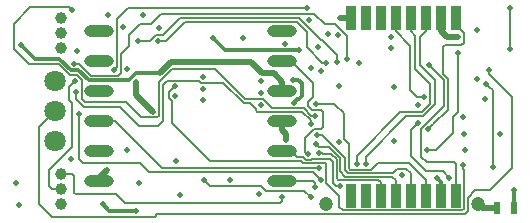
<source format=gtl>
G04 ================== begin FILE IDENTIFICATION RECORD ==================*
G04 Layout Name:  RC-TranponderV12.brd*
G04 Film Name:    1_TOP*
G04 File Format:  Gerber RS274X*
G04 File Origin:  Cadence Allegro 17.2-S042*
G04 Origin Date:  Fri Apr 26 16:06:40 2019*
G04 *
G04 Layer:  VIA CLASS/TOP*
G04 Layer:  PIN/TOP*
G04 Layer:  ETCH/TOP*
G04 *
G04 Offset:    (0.0000 0.0000)*
G04 Mirror:    No*
G04 Mode:      Positive*
G04 Rotation:  0*
G04 FullContactRelief:  No*
G04 UndefLineWidth:     0.1500*
G04 ================== end FILE IDENTIFICATION RECORD ====================*
%FSAX55Y55*MOMM*%
%IR0*IPPOS*OFA0.00000B0.00000*MIA0B0*SFA1.00000B1.00000*%
%ADD16R,.6X1.*%
%ADD15R,.9X2.*%
%ADD10C,.5*%
%ADD13O,2.5X1.*%
%ADD11C,1.*%
%ADD14C,1.2*%
%ADD12C,1.8*%
%ADD17C,.3*%
%ADD18C,.15*%
G75*
%LPD*%
G75*
G54D10*
G01X-0003650000Y0000310000D02*
X-0003575000Y0000310000D01*
G01X-0003575000Y0000310000D02*
X-0003575000Y0000335000D01*
X-0003510000Y0000400000D01*
G01X-0002025000Y0001072000D02*
X-0002025000Y0001147000D01*
X-0002098380Y0001220380D01*
X-0002195380Y0001220380D01*
X-0002290000Y0001315000D01*
X-0002965000Y0001315000D01*
X-0003060000Y0001220000D01*
G01X-0003260000Y0001145000D02*
X-0003260000Y0001040000D01*
X-0003115000Y0000895000D01*
G01X-0002025000Y0000818000D02*
X-0002025000Y0000739000D01*
X-0001990000Y0000704000D01*
X-0001990000Y0000654000D01*
G01X-0001319000Y0000185000D02*
X-0001319000Y0000145000D01*
G01X-0001535000Y0001685000D02*
X-0001446000Y0001685000D01*
G01X-0000684000Y0001685000D02*
X-0000684000Y0001575000D01*
X-0000634000Y0001525000D01*
X-0000540000Y0001525000D01*
G01X-0000205000Y0000080000D02*
X-0000335000Y0000080000D01*
X-0000365000Y0000110000D01*
X-0004250000Y0000105000D03*
X-0004280000Y0000295000D03*
X-0004237500Y0001462500D03*
X-0003814030Y0000494030D03*
X-0003745000Y0000875000D03*
X-0003770000Y0001065000D03*
X-0003780000Y0001155000D03*
X-0003760000Y0001405000D03*
X-0003787610Y0001302500D03*
X-0003805000Y0001755000D03*
X-0003545000Y0000110000D03*
X-0003510000Y0000400000D03*
X-0003453000Y0001248000D03*
X-0003500000Y0001715000D03*
X-0003375000Y0001610000D03*
X-0003265000Y0000055000D03*
X-0003240000Y0000295000D03*
X-0003340000Y0000570000D03*
X-0003260000Y0001145000D03*
X-0003115000Y0000895000D03*
X-0003340000Y0001260000D03*
X-0003060000Y0001220000D03*
X-0003075000Y0001495000D03*
X-0003250000Y0001495000D03*
X-0003200000Y0001715000D03*
X-0003070000Y0001605000D03*
X-0002925000Y0000475000D03*
X-0002890000Y0000187500D03*
X-0002690000Y0000315000D03*
X-0002695540Y0001190380D03*
X-0002695540Y0001090380D03*
X-0002695540Y0000990380D03*
X-0002935000Y0001030000D03*
X-0002935000Y0001110000D03*
X-0002470000Y0000315000D03*
X-0002355000Y0001515000D03*
X-0002615000Y0001520000D03*
X-0002030000Y0000170000D03*
X-0002220000Y0000195000D03*
X-0001990000Y0000654000D03*
X-0002205540Y0000955380D03*
X-0002205540Y0001055380D03*
X-0002205540Y0001155380D03*
X-0002005000Y0001468090D03*
X-0001785000Y0000170000D03*
X-0001750000Y0000255000D03*
X-0001698790Y0000317780D03*
X-0001711430Y0000416590D03*
X-0001733560Y0000698140D03*
X-0001715730Y0000541590D03*
X-0001738510Y0000618290D03*
X-0001783310Y0000789760D03*
X-0001745000Y0000860000D03*
X-0001805000Y0000535000D03*
X-0001740550Y0000962220D03*
X-0001929190Y0000972500D03*
X-0001930000Y0001165000D03*
X-0001780000Y0001265000D03*
X-0001699780Y0001242230D03*
X-0001725000Y0001445000D03*
X-0001885000Y0001413090D03*
X-0001652000Y0001309490D03*
X-0001800000Y0001675000D03*
X-0001815000Y0001775000D03*
X-0001319000Y0000145000D03*
X-0001450000Y0000130000D03*
X-0001535660Y0000265860D03*
X-0001314990Y0000452500D03*
X-0001394990Y0000452500D03*
X-0001545000Y0000635000D03*
X-0001540000Y0001110000D03*
X-0001375770Y0001309490D03*
X-0001555000Y0001545000D03*
X-0001634610Y0001552970D03*
X-0001472500Y0001340000D03*
X-0001557030Y0001314210D03*
X-0001535000Y0001685000D03*
X-0001015000Y0000360000D03*
X-0001075000Y0000645000D03*
X-0001075000Y0001105000D03*
X-0001105000Y0001525000D03*
X-0001100000Y0001435000D03*
X-0000714000Y0000330000D03*
X-0000795000Y0000570000D03*
X-0000786470Y0000747640D03*
X-0000873590Y0000798590D03*
X-0000873270Y0000955000D03*
X-0000826470Y0001019890D03*
X-0000781150Y0001290780D03*
X-0000495000Y0000440000D03*
X-0000610000Y0000335000D03*
X-0000495000Y0000850000D03*
X-0000490000Y0000710000D03*
X-0000475000Y0000570000D03*
X-0000305000Y0001005000D03*
X-0000380000Y0001175000D03*
X-0000300000Y0001130000D03*
X-0000540000Y0001525000D03*
X-0000277500Y0001250000D03*
X-0000534650Y0001390000D03*
X-0000380000Y0001590000D03*
X-0000065000Y0000230000D03*
X-0000242990Y0000427500D03*
X-0000180000Y0000705000D03*
X-0000095000Y0001425000D03*
X-0000100000Y0001775000D03*
G54D11*
X-0003900000Y0000115000D03*
X-0003900000Y0000365000D03*
X-0003900000Y0000240000D03*
X-0003900000Y0001560000D03*
X-0003900000Y0001435000D03*
X-0003900000Y0001685000D03*
G54D12*
X-0003946000Y0000900000D03*
X-0003946000Y0000646000D03*
X-0003946000Y0001154000D03*
G54D13*
X-0003575000Y0000310000D03*
X-0003575000Y0000564000D03*
X-0003575000Y0000818000D03*
X-0003575000Y0001072000D03*
X-0003575000Y0001326000D03*
X-0003575000Y0001580000D03*
X-0002025000Y0000310000D03*
X-0002025000Y0000818000D03*
X-0002025000Y0000564000D03*
X-0002025000Y0001072000D03*
X-0002025000Y0001580000D03*
X-0002025000Y0001326000D03*
G54D14*
X-0001655000Y0000110000D03*
X-0000365000Y0000110000D03*
G54D15*
X-0001319000Y0000185000D03*
X-0001446000Y0000185000D03*
X-0001446000Y0001685000D03*
X-0001319000Y0001685000D03*
X-0000938000Y0000185000D03*
X-0001065000Y0000185000D03*
X-0001192000Y0000185000D03*
X-0001192000Y0001685000D03*
X-0001065000Y0001685000D03*
X-0000938000Y0001685000D03*
X-0000684000Y0000185000D03*
X-0000811000Y0000185000D03*
X-0000811000Y0001685000D03*
X-0000684000Y0001685000D03*
X-0000557000Y0000185000D03*
X-0000557000Y0001685000D03*
G54D16*
X-0000065000Y0000080000D03*
X-0000205000Y0000080000D03*
G54D17*
G01X-0004237500Y0001462500D02*
X-0004120000Y0001345000D01*
X-0003911960Y0001345000D01*
X-0003811960Y0001245000D01*
X-0003749780Y0001245000D01*
X-0003664890Y0001160110D01*
X-0003322680Y0001160110D01*
X-0003262790Y0001220000D01*
X-0003060000Y0001220000D01*
G01X-0003545000Y0000110000D02*
X-0003490000Y0000055000D01*
X-0003265000Y0000055000D01*
G01X-0001885000Y0001413090D02*
X-0002508090Y0001413090D01*
X-0002615000Y0001520000D01*
G01X-0002025000Y0001326000D02*
X-0001950000Y0001326000D01*
G01X-0001929190Y0000972500D02*
X-0001900900Y0001000790D01*
X-0001884210Y0001000790D01*
X-0001860000Y0001025000D01*
X-0001860000Y0001135000D01*
X-0001890000Y0001165000D01*
X-0001930000Y0001165000D01*
G01X-0001319000Y0000190000D02*
X-0001319000Y0000185000D01*
G01X-0001446000Y0000190000D02*
X-0001446000Y0000185000D01*
G01X-0001530000Y0001690000D02*
X-0001535000Y0001685000D01*
G01X-0000684000Y0000185000D02*
X-0000684000Y0000300000D01*
X-0000714000Y0000330000D01*
G01X-0000684000Y0001690000D02*
X-0000684000Y0001685000D01*
G01X-0000065000Y0000080000D02*
X-0000065000Y0000230000D01*
G54D18*
G01X-0000277500Y0001250000D02*
X-0000277500Y0001217500D01*
X-0000080000Y0001020000D01*
X-0000080000Y0000415000D01*
X-0000265000Y0000230000D01*
X-0000390000Y0000230000D01*
X-0000455000Y0000165000D01*
X-0000455000Y0000050000D01*
X-0000480000Y0000025000D01*
X-0003085000Y0000025000D01*
X-0003105000Y0000005000D01*
X-0003975000Y0000005000D01*
X-0004080000Y0000110000D01*
X-0004080000Y0000766000D01*
X-0003946000Y0000900000D01*
G01X-0001745000Y0000860000D02*
X-0001778620Y0000860000D01*
X-0001843620Y0000925000D01*
X-0002090000Y0000925000D01*
X-0002092570Y0000927570D01*
X-0002110550Y0000927570D01*
X-0002185860Y0001002880D01*
X-0002342880Y0001002880D01*
X-0002595000Y0001255000D01*
X-0002955000Y0001255000D01*
X-0003067500Y0001142500D01*
X-0003067500Y0000862500D01*
X-0003082500Y0000847500D01*
X-0003222500Y0000847500D01*
X-0003350000Y0000975000D01*
X-0003697570Y0000975000D01*
X-0003722500Y0000999930D01*
X-0003722500Y0001164680D01*
X-0003760320Y0001202500D01*
X-0003822500Y0001202500D01*
X-0003915000Y0001295000D01*
X-0004170010Y0001295000D01*
X-0004300000Y0001424990D01*
X-0004300000Y0001640000D01*
X-0004160000Y0001780000D01*
X-0003830000Y0001780000D01*
X-0003805000Y0001755000D01*
G01X-0003745000Y0000875000D02*
X-0003745000Y0000495000D01*
X-0003710000Y0000460000D01*
X-0003225010Y0000460000D01*
X-0003150010Y0000385000D01*
X-0001766010Y0000385000D01*
X-0001698790Y0000317780D01*
G01X-0003900000Y0000365000D02*
X-0003805000Y0000365000D01*
X-0003790000Y0000350000D01*
X-0003790000Y0000210000D01*
X-0003775000Y0000195000D01*
X-0003430000Y0000195000D01*
X-0003360000Y0000125000D01*
X-0002042500Y0000125000D01*
X-0002030000Y0000137500D01*
X-0002030000Y0000170000D01*
G01X-0003780000Y0001155000D02*
X-0003830000Y0001105000D01*
X-0003830000Y0000990000D01*
X-0003805000Y0000965000D01*
X-0003805000Y0000595000D01*
X-0004000000Y0000400000D01*
X-0004000000Y0000265000D01*
X-0003975000Y0000240000D01*
X-0003900000Y0000240000D01*
G01X-0003770000Y0001065000D02*
X-0003770000Y0001005000D01*
X-0003700000Y0000935000D01*
X-0003400000Y0000935000D01*
X-0003235000Y0000770000D01*
X-0003079990Y0000770000D01*
X-0003037500Y0000812490D01*
X-0003037500Y0001117500D01*
X-0002997500Y0001157500D01*
X-0002729840Y0001157500D01*
X-0002710220Y0001137880D01*
X-0002522880Y0001137880D01*
X-0002350000Y0000965000D01*
X-0002300000Y0000965000D01*
X-0002250000Y0000915000D01*
X-0002250000Y0000910000D01*
X-0002235000Y0000895000D01*
X-0001856050Y0000895000D01*
X-0001783310Y0000822260D01*
X-0001783310Y0000789760D01*
G01X-0001472500Y0001340000D02*
X-0001472500Y0001532500D01*
X-0001575000Y0001635000D01*
X-0001665000Y0001635000D01*
X-0001755000Y0001725000D01*
X-0003050000Y0001725000D01*
X-0003140000Y0001635000D01*
X-0003230000Y0001635000D01*
X-0003320000Y0001545000D01*
X-0003320000Y0001455000D01*
X-0003390000Y0001385000D01*
X-0003390000Y0001225000D01*
X-0003415000Y0001200000D01*
X-0003645000Y0001200000D01*
X-0003747500Y0001302500D01*
X-0003787610Y0001302500D01*
G01X-0001711430Y0000416590D02*
X-0003041090Y0000416590D01*
X-0003442500Y0000818000D01*
X-0003575000Y0000818000D01*
G01X-0001815000Y0001775000D02*
X-0003330000Y0001775000D01*
X-0003427500Y0001677500D01*
X-0003427500Y0001273500D01*
X-0003453000Y0001248000D01*
G01X-0003075000Y0001495000D02*
X-0003005000Y0001495000D01*
X-0002845000Y0001655000D01*
X-0001900000Y0001655000D01*
X-0001815000Y0001570000D01*
X-0001815000Y0001439990D01*
X-0001684500Y0001309490D01*
X-0001652000Y0001309490D01*
G01X-0003250000Y0001495000D02*
X-0003142180Y0001495000D01*
X-0003094680Y0001542500D01*
X-0003032500Y0001542500D01*
X-0002890000Y0001685000D01*
X-0001880000Y0001685000D01*
X-0001695000Y0001500000D01*
X-0001685000Y0001500000D01*
X-0001557030Y0001372030D01*
X-0001557030Y0001314210D01*
G01X-0001785000Y0000170000D02*
X-0001840000Y0000225000D01*
X-0002165000Y0000225000D01*
X-0002205000Y0000265000D01*
X-0002640000Y0000265000D01*
X-0002690000Y0000315000D01*
G01X-0002935000Y0001110000D02*
X-0002982500Y0001062500D01*
X-0002982500Y0001010320D01*
X-0002955000Y0000982820D01*
X-0002955000Y0000795000D01*
X-0002640000Y0000480000D01*
X-0001870000Y0000480000D01*
X-0001847500Y0000457500D01*
X-0001772890Y0000457500D01*
X-0001766300Y0000464090D01*
X-0001666290Y0000464090D01*
X-0001651290Y0000449090D01*
X-0001651290Y0000291290D01*
X-0001540000Y0000180000D01*
X-0001540000Y0000090000D01*
X-0001510000Y0000060000D01*
X-0000500000Y0000060000D01*
X-0000485000Y0000075000D01*
X-0000485000Y0000397500D01*
X-0000495000Y0000407500D01*
X-0000495000Y0000440000D01*
G01X-0001750000Y0000255000D02*
X-0001750000Y0000295000D01*
X-0001765000Y0000310000D01*
X-0002025000Y0000310000D01*
G01X-0001535660Y0000265860D02*
X-0001568160Y0000265860D01*
X-0001595000Y0000292700D01*
X-0001595000Y0000470000D01*
X-0001619090Y0000494090D01*
X-0001778730Y0000494090D01*
X-0001785320Y0000487500D01*
X-0001824680Y0000487500D01*
X-0001852180Y0000515000D01*
X-0001901000Y0000515000D01*
X-0001950000Y0000564000D01*
X-0002025000Y0000564000D01*
G01X-0001950000Y0001326000D02*
X-0001765000Y0001141000D01*
X-0001765000Y0001015000D01*
X-0001805000Y0000975000D01*
X-0001805000Y0000940000D01*
X-0001775000Y0000910000D01*
X-0001695000Y0000910000D01*
X-0001680000Y0000895000D01*
X-0001680000Y0000765000D01*
X-0001695000Y0000750000D01*
X-0001755000Y0000750000D01*
X-0001835000Y0000670000D01*
X-0001835000Y0000550000D01*
X-0001820000Y0000535000D01*
X-0001805000Y0000535000D01*
G01X-0000938000Y0000185000D02*
X-0000938000Y0000371840D01*
X-0000976160Y0000410000D01*
X-0001055010Y0000410000D01*
X-0001090010Y0000375000D01*
X-0001465010Y0000375000D01*
X-0001495010Y0000405000D01*
X-0001495010Y0000506360D01*
X-0001686790Y0000698140D01*
X-0001733560Y0000698140D01*
G01X-0001192000Y0000185000D02*
X-0001192000Y0000297000D01*
X-0001210000Y0000315000D01*
X-0001549990Y0000315000D01*
X-0001565000Y0000330010D01*
X-0001565000Y0000490150D01*
X-0001614850Y0000540000D01*
X-0001681640Y0000540000D01*
X-0001683230Y0000541590D01*
X-0001715730Y0000541590D01*
G01X-0001065000Y0000185000D02*
X-0001065000Y0000315150D01*
X-0001094850Y0000345000D01*
X-0001490010Y0000345000D01*
X-0001535000Y0000389990D01*
X-0001535000Y0000502580D01*
X-0001627720Y0000595300D01*
X-0001715520Y0000595300D01*
X-0001738510Y0000618290D01*
G01X-0001740550Y0000962220D02*
X-0001587220Y0000962220D01*
X-0001505000Y0000880000D01*
X-0001505000Y0000662180D01*
X-0001462500Y0000619680D01*
X-0001462500Y0000425320D01*
X-0001462100Y0000424920D01*
X-0001462100Y0000420000D01*
X-0001447100Y0000405000D01*
X-0001270000Y0000405000D01*
X-0001215000Y0000460000D01*
X-0000955000Y0000460000D01*
X-0000811000Y0000316000D01*
X-0000811000Y0000185000D01*
G01X-0001394990Y0000452500D02*
X-0001394990Y0000520010D01*
X-0001025000Y0000890000D01*
X-0000838580Y0000890000D01*
X-0000770000Y0000958580D01*
X-0000770000Y0001127590D01*
X-0000900000Y0001257590D01*
X-0000900000Y0001539500D01*
X-0000938000Y0001577500D01*
X-0000938000Y0001685000D01*
G01X-0001314990Y0000452500D02*
X-0001314990Y0000513890D01*
X-0000973880Y0000855000D01*
X-0000831150Y0000855000D01*
X-0000730000Y0000956150D01*
X-0000730000Y0001160000D01*
X-0000858650Y0001288650D01*
X-0000858650Y0001529850D01*
X-0000811000Y0001577500D01*
X-0000811000Y0001685000D01*
G01X-0000826470Y0001019890D02*
X-0000879890Y0001019890D01*
X-0000940000Y0001080000D01*
X-0000940000Y0001452500D01*
X-0001065000Y0001577500D01*
X-0001065000Y0001685000D01*
G01X-0000557000Y0000185000D02*
X-0000557000Y0000450000D01*
X-0000572000Y0000465000D01*
X-0000800000Y0000465000D01*
X-0000850000Y0000515000D01*
X-0000850000Y0000750000D01*
X-0000833970Y0000766030D01*
X-0000833970Y0000767320D01*
X-0000655000Y0000946290D01*
X-0000655000Y0001164630D01*
X-0000781150Y0001290780D01*
G01X-0000610000Y0000335000D02*
X-0000665000Y0000390000D01*
X-0000805000Y0000390000D01*
X-0000935000Y0000520000D01*
X-0000935000Y0000737180D01*
X-0000873590Y0000798590D01*
G01X-0000534650Y0001390000D02*
X-0000534650Y0000895350D01*
X-0000580000Y0000850000D01*
X-0000580000Y0000715000D01*
X-0000725000Y0000570000D01*
X-0000795000Y0000570000D01*
G01X-0000786470Y0000747640D02*
X-0000746680Y0000787430D01*
X-0000745000Y0000787430D01*
X-0000620000Y0000912430D01*
X-0000620000Y0001172060D01*
X-0000660000Y0001212060D01*
X-0000660000Y0001445000D01*
X-0000645000Y0001460000D01*
X-0000507500Y0001460000D01*
X-0000490000Y0001477500D01*
X-0000490000Y0001563000D01*
X-0000557000Y0001630000D01*
X-0000557000Y0001685000D01*
G01X-0000811000Y0001690000D02*
X-0000811000Y0001685000D01*
G01X-0000938000Y0001690000D02*
X-0000938000Y0001685000D01*
G01X-0000300000Y0001130000D02*
X-0000277010Y0001107010D01*
X-0000274510Y0001107010D01*
X-0000242990Y0001075490D01*
X-0000242990Y0000427500D01*
G01X-0000100000Y0001775000D02*
X-0000100000Y0001742500D01*
X-0000095000Y0001737500D01*
X-0000095000Y0001425000D01*
M02*

</source>
